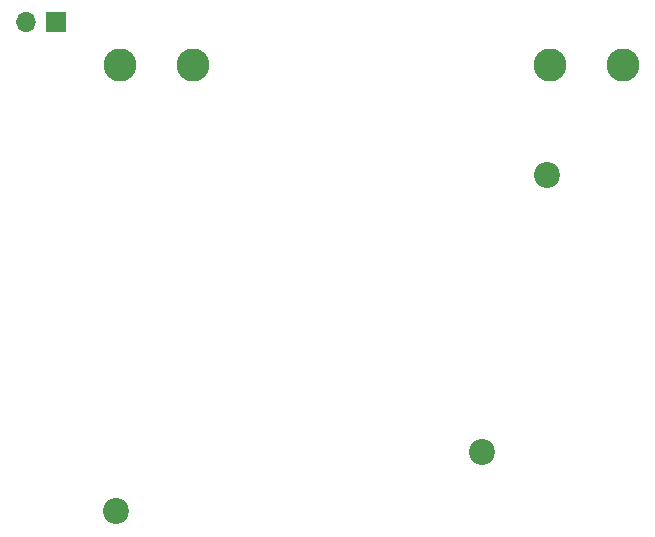
<source format=gbr>
%TF.GenerationSoftware,KiCad,Pcbnew,8.0.6-1.fc40*%
%TF.CreationDate,2025-02-15T22:24:15+01:00*%
%TF.ProjectId,airMouse-mcu,6169724d-6f75-4736-952d-6d63752e6b69,RC1*%
%TF.SameCoordinates,Original*%
%TF.FileFunction,Soldermask,Bot*%
%TF.FilePolarity,Negative*%
%FSLAX46Y46*%
G04 Gerber Fmt 4.6, Leading zero omitted, Abs format (unit mm)*
G04 Created by KiCad (PCBNEW 8.0.6-1.fc40) date 2025-02-15 22:24:15*
%MOMM*%
%LPD*%
G01*
G04 APERTURE LIST*
%ADD10C,2.200000*%
%ADD11R,1.700000X1.700000*%
%ADD12O,1.700000X1.700000*%
%ADD13C,2.800000*%
G04 APERTURE END LIST*
D10*
%TO.C,H3*%
X110000000Y-124000000D03*
%TD*%
%TO.C,H2*%
X141000000Y-119000000D03*
%TD*%
%TO.C,H1*%
X146500000Y-95497279D03*
%TD*%
D11*
%TO.C,LD1*%
X104875000Y-82618599D03*
D12*
X102335000Y-82618599D03*
%TD*%
D13*
%TO.C,BT1*%
X110300000Y-86218599D03*
X116500000Y-86218599D03*
X146700000Y-86218599D03*
X152900000Y-86218599D03*
%TD*%
M02*

</source>
